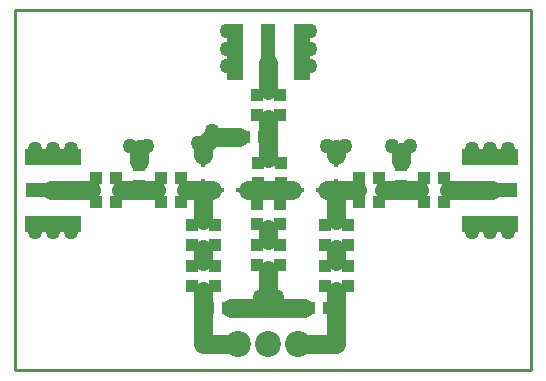
<source format=gtl>
%FSLAX43Y43*%
%MOMM*%
G71*
G01*
G75*
G04 Layer_Physical_Order=1*
G04 Layer_Color=255*
%ADD10R,1.350X4.800*%
%ADD11R,1.270X4.200*%
%ADD12R,4.800X1.350*%
%ADD13R,4.200X1.270*%
%ADD14R,0.350X0.350*%
%ADD15R,0.350X0.350*%
%ADD16R,1.000X1.100*%
%ADD17R,1.100X1.000*%
%ADD18C,1.630*%
%ADD19C,0.254*%
%ADD20C,2.200*%
%ADD21C,1.270*%
G54D10*
X24325Y27250D02*
D03*
X18675D02*
D03*
G54D11*
X21500Y27450D02*
D03*
G54D12*
X3250Y18325D02*
D03*
Y12675D02*
D03*
X40250D02*
D03*
Y18325D02*
D03*
G54D13*
X3050Y15500D02*
D03*
X40450D02*
D03*
G54D14*
X17575Y15500D02*
D03*
X18925D02*
D03*
X25675D02*
D03*
X24325D02*
D03*
G54D15*
X16000Y17675D02*
D03*
Y16325D02*
D03*
X27250Y17675D02*
D03*
Y16325D02*
D03*
G54D16*
X20600Y16150D02*
D03*
Y17850D02*
D03*
X22500Y21900D02*
D03*
Y23600D02*
D03*
X22600Y16150D02*
D03*
Y17850D02*
D03*
X20500Y21900D02*
D03*
Y23600D02*
D03*
X15000Y9100D02*
D03*
Y7400D02*
D03*
X26250D02*
D03*
Y9100D02*
D03*
X20500Y9150D02*
D03*
Y10850D02*
D03*
Y14350D02*
D03*
Y12650D02*
D03*
X15000Y10900D02*
D03*
Y12600D02*
D03*
X28250D02*
D03*
Y10900D02*
D03*
X21100Y20000D02*
D03*
X19400D02*
D03*
G54D17*
X14100Y16500D02*
D03*
X12400D02*
D03*
X8600Y14500D02*
D03*
X6900D02*
D03*
X29150D02*
D03*
X30850D02*
D03*
X34650Y16500D02*
D03*
X36350D02*
D03*
X8600Y16500D02*
D03*
X6900D02*
D03*
X14100Y14500D02*
D03*
X12400D02*
D03*
X29150Y16500D02*
D03*
X30850D02*
D03*
X34650Y14500D02*
D03*
X36350D02*
D03*
X18100Y5500D02*
D03*
X16400D02*
D03*
X24900D02*
D03*
X26600D02*
D03*
X32750Y17600D02*
D03*
Y15900D02*
D03*
X10500D02*
D03*
Y17600D02*
D03*
X22500Y14350D02*
D03*
Y12650D02*
D03*
X17000Y12600D02*
D03*
Y10900D02*
D03*
X26250D02*
D03*
Y12600D02*
D03*
X22500Y10850D02*
D03*
Y9150D02*
D03*
X17000Y7400D02*
D03*
Y9100D02*
D03*
X28250D02*
D03*
Y7400D02*
D03*
G54D18*
X27250Y13000D02*
Y14500D01*
X21500Y6500D02*
Y8750D01*
X27250Y9500D02*
Y10500D01*
X21500Y11250D02*
Y12250D01*
X16000Y9500D02*
Y10500D01*
X14500Y15500D02*
X15913D01*
X21500Y18250D02*
Y21500D01*
X10500Y18000D02*
Y19000D01*
X21500Y24000D02*
Y26250D01*
X19750Y15500D02*
X23500D01*
X32750Y18000D02*
Y18750D01*
X9000Y15500D02*
X12000D01*
X31250D02*
X34250D01*
X3050Y15500D02*
X6500D01*
X36750D02*
X40450D01*
X27250Y18500D02*
Y19000D01*
X15960Y2500D02*
X18960D01*
X15960D02*
Y7000D01*
X18350Y5500D02*
X24500D01*
X16000Y13000D02*
Y15250D01*
X16250Y15500D01*
X16750D01*
X24080Y2500D02*
X27250D01*
Y7000D01*
X16750Y20000D02*
X19000D01*
X16000Y19250D02*
X16750Y20000D01*
X16000Y18500D02*
Y19250D01*
X26500Y15500D02*
X29000D01*
G54D19*
X43750Y250D02*
Y30750D01*
X0Y250D02*
X43750D01*
X0Y30750D02*
X43750D01*
X0Y250D02*
Y30750D01*
G54D20*
X18960Y2500D02*
D03*
X21500D02*
D03*
X24040D02*
D03*
G54D21*
X26500Y19250D02*
D03*
X20750Y6500D02*
D03*
X22250D02*
D03*
X28000Y19250D02*
D03*
X32000D02*
D03*
X33500D02*
D03*
X38750Y19000D02*
D03*
X40250D02*
D03*
X41750D02*
D03*
X38750Y12000D02*
D03*
X40250D02*
D03*
X41750D02*
D03*
X1750D02*
D03*
X3250D02*
D03*
X4750D02*
D03*
X1750Y19000D02*
D03*
X3250D02*
D03*
X4750D02*
D03*
X18000Y26000D02*
D03*
Y27500D02*
D03*
Y29000D02*
D03*
X25000D02*
D03*
Y27500D02*
D03*
Y26000D02*
D03*
X9750Y19250D02*
D03*
X11250D02*
D03*
X16750Y20500D02*
D03*
X15500Y19500D02*
D03*
M02*

</source>
